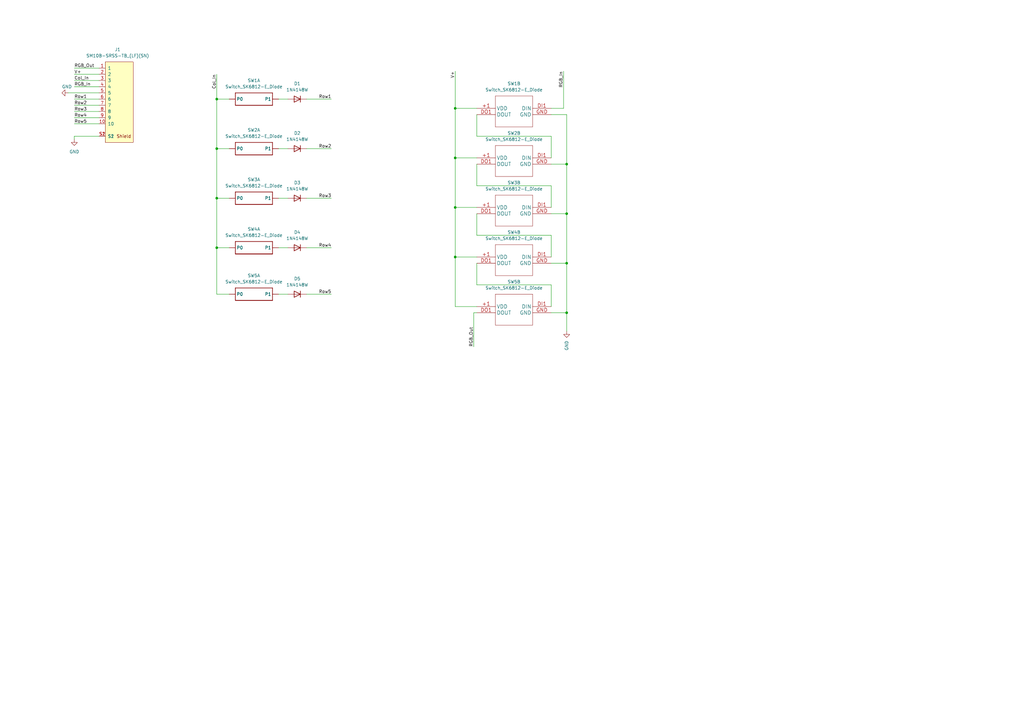
<source format=kicad_sch>
(kicad_sch (version 20230121) (generator eeschema)
  (paper "A3")
  (lib_symbols
    (symbol "Diode:1N4148W" (pin_numbers hide) (pin_names (offset 1.016) hide)
      (property "Reference" "D" (at 0 2.54 0))
      (property "Value" "1N4148W" (at 0 -2.54 0))
      (symbol "1N4148W_0_1"
        (polyline (pts (xy -1.27 1.27) (xy -1.27 -1.27)) (stroke (width 0.254)))
        (polyline (pts (xy 1.27 0) (xy -1.27 0)))
        (polyline (pts (xy 1.27 1.27) (xy 1.27 -1.27) (xy -1.27 0) (xy 1.27 1.27)) (stroke (width 0.254)))
      )
      (symbol "1N4148W_1_1"
        (pin passive line (at -3.81 0 0) (length 2.54) (name "K") (number "1"))
        (pin passive line (at 3.81 0 180) (length 2.54) (name "A") (number "2"))
      )
    )
    (symbol "GND_1" (power) (pin_names (offset 0))
      (property "Value" "GND_1" (at 0 -3.81 0))
      (symbol "GND_1_0_1"
        (polyline (pts (xy 0 0) (xy 0 -1.27) (xy 1.27 -1.27) (xy 0 -2.54) (xy -1.27 -1.27) (xy 0 -1.27)))
      )
      (symbol "GND_1_1_1"
        (pin power_in line (at 0 0 270) (length 0) hide (name "GND") (number "1"))
      )
    )
    (symbol "GND_3" (power) (pin_names (offset 0))
      (property "Value" "GND_3" (at 0 -3.81 0))
      (symbol "GND_3_0_1"
        (polyline (pts (xy 0 0) (xy 0 -1.27) (xy 1.27 -1.27) (xy 0 -2.54) (xy -1.27 -1.27) (xy 0 -1.27)))
      )
      (symbol "GND_3_1_1"
        (pin power_in line (at 0 0 270) (length 0) hide (name "GND") (number "1"))
      )
    )
    (symbol "Seismos-sym:SM10B-SRSS-TB_(LF)(SN)" (pin_names (offset 1.016))
      (property "Reference" "CN" (at -9.4742 3.81 90))
      (property "Value" "SM10B-SRSS-TB_(LF)(SN)" (at 1.27 20.32 0))
      (symbol "SM10B-SRSS-TB_(LF)(SN)_1_1"
        (rectangle (start -3.81 17.78) (end 7.62 -15.24) (stroke (width 0.1524)) (fill (type background)))
        (text "Shield" (at 3.81 -12.7 0) (effects (font (size 1.27 1.27))))
        (pin input line (at -6.35 15.24 0) (length 2.54) (name "1") (number "1"))
        (pin input line (at -6.35 -7.62 0) (length 2.54) (name "10") (number "10"))
        (pin input line (at -6.35 12.7 0) (length 2.54) (name "2") (number "2"))
        (pin input line (at -6.35 10.16 0) (length 2.54) (name "3") (number "3"))
        (pin input line (at -6.35 7.62 0) (length 2.54) (name "4") (number "4"))
        (pin input line (at -6.35 5.08 0) (length 2.54) (name "5") (number "5"))
        (pin input line (at -6.35 2.54 0) (length 2.54) (name "6") (number "6"))
        (pin input line (at -6.35 0 0) (length 2.54) (name "7") (number "7"))
        (pin input line (at -6.35 -2.54 0) (length 2.54) (name "8") (number "8"))
        (pin input line (at -6.35 -5.08 0) (length 2.54) (name "9") (number "9"))
        (pin input line (at -6.35 -12.7 0) (length 2.54) (name "S1") (number "S1"))
        (pin input line (at -6.35 -12.7 0) (length 2.54) (name "S2") (number "S2"))
      )
    )
    (symbol "Seismos-sym:Switch_SK6812-E_Diode"
      (property "Reference" "SW" (at 0 0 0))
      (property "Value" "Switch_SK6812-E_Diode" (at 0 11.43 0))
      (symbol "Switch_SK6812-E_Diode_1_0"
        (polyline (pts (xy -7.62 -2.54) (xy -7.62 2.54)) (stroke (width 0.254)))
        (polyline (pts (xy -7.62 -2.54) (xy 7.62 -2.54)) (stroke (width 0.254)))
        (polyline (pts (xy 7.62 -2.54) (xy -7.46 -2.54)) (stroke (width 0.254)))
        (polyline (pts (xy 7.62 -2.54) (xy 7.62 2.54)) (stroke (width 0.254)))
        (polyline (pts (xy 7.62 2.54) (xy -7.62 2.54)) (stroke (width 0.254)))
        (pin bidirectional line (at 10.16 0 180) (length 2.54) (name "P1") (number "CHOC1"))
        (pin bidirectional line (at -10.16 0 0) (length 2.54) (name "P0") (number "CHOC2"))
        (pin bidirectional line (at 10.16 0 180) (length 2.54) (name "P1") (number "MX1"))
        (pin bidirectional line (at -10.16 0 0) (length 2.54) (name "P0") (number "MX2"))
      )
      (symbol "Switch_SK6812-E_Diode_2_1"
        (polyline (pts (xy -7.62 -6.35) (xy 7.62 -6.35)) (stroke (width 0.127)))
        (polyline (pts (xy -7.62 6.35) (xy -7.62 -6.35)) (stroke (width 0.127)))
        (polyline (pts (xy 7.62 -6.35) (xy 7.62 6.35)) (stroke (width 0.127)))
        (polyline (pts (xy 7.62 6.35) (xy -7.62 6.35)) (stroke (width 0.127)))
        (pin power_in line (at -15.24 1.27 0) (length 7.62) (name "VDD") (number "+1"))
        (pin input line (at 15.24 1.27 180) (length 7.62) (name "DIN") (number "DI1"))
        (pin output line (at -15.24 -1.27 0) (length 7.62) (name "DOUT") (number "DO1"))
        (pin power_in line (at 15.24 -1.27 180) (length 7.62) (name "GND") (number "GND"))
      )
    )
    (symbol "power:GND" (power) (pin_names (offset 0))
      (property "Value" "GND" (at 0 -3.81 0))
      (symbol "GND_0_1"
        (polyline (pts (xy 0 0) (xy 0 -1.27) (xy 1.27 -1.27) (xy 0 -2.54) (xy -1.27 -1.27) (xy 0 -1.27)))
      )
      (symbol "GND_1_1"
        (pin power_in line (at 0 0 270) (length 0) hide (name "GND") (number "1"))
      )
    )
  )
  (junction (at 88.9 101.6))
  (junction (at 186.69 64.77))
  (junction (at 232.41 87.63))
  (junction (at 186.69 105.41))
  (junction (at 186.69 44.45))
  (junction (at 88.9 81.28))
  (junction (at 186.69 85.09))
  (junction (at 88.9 60.96))
  (junction (at 232.41 67.31))
  (junction (at 232.41 128.27))
  (junction (at 232.41 107.95))
  (junction (at 88.9 40.64))
  (wire (pts (xy 226.06 107.95) (xy 232.41 107.95)))
  (wire (pts (xy 186.69 125.73) (xy 195.58 125.73)))
  (wire (pts (xy 125.73 40.64) (xy 135.89 40.64)))
  (wire (pts (xy 30.48 55.88) (xy 40.64 55.88)))
  (wire (pts (xy 88.9 101.6) (xy 93.98 101.6)))
  (wire (pts (xy 232.41 87.63) (xy 232.41 107.95)))
  (wire (pts (xy 231.14 44.45) (xy 226.06 44.45)))
  (wire (pts (xy 231.14 29.21) (xy 231.14 44.45)))
  (wire (pts (xy 195.58 76.2) (xy 226.06 76.2)))
  (wire (pts (xy 195.58 67.31) (xy 195.58 76.2)))
  (wire (pts (xy 30.48 50.8) (xy 40.64 50.8)))
  (wire (pts (xy 114.3 60.96) (xy 118.11 60.96)))
  (wire (pts (xy 125.73 81.28) (xy 135.89 81.28)))
  (wire (pts (xy 125.73 120.65) (xy 135.89 120.65)))
  (wire (pts (xy 195.58 116.84) (xy 226.06 116.84)))
  (wire (pts (xy 194.31 128.27) (xy 194.31 142.24)))
  (wire (pts (xy 88.9 60.96) (xy 88.9 81.28)))
  (wire (pts (xy 114.3 81.28) (xy 118.11 81.28)))
  (wire (pts (xy 30.48 43.18) (xy 40.64 43.18)))
  (wire (pts (xy 232.41 128.27) (xy 232.41 135.89)))
  (wire (pts (xy 195.58 55.88) (xy 226.06 55.88)))
  (wire (pts (xy 30.48 40.64) (xy 40.64 40.64)))
  (wire (pts (xy 186.69 64.77) (xy 186.69 85.09)))
  (wire (pts (xy 88.9 101.6) (xy 88.9 120.65)))
  (wire (pts (xy 88.9 40.64) (xy 93.98 40.64)))
  (wire (pts (xy 30.48 48.26) (xy 40.64 48.26)))
  (wire (pts (xy 88.9 81.28) (xy 88.9 101.6)))
  (wire (pts (xy 88.9 120.65) (xy 93.98 120.65)))
  (wire (pts (xy 30.48 33.02) (xy 40.64 33.02)))
  (wire (pts (xy 88.9 60.96) (xy 93.98 60.96)))
  (wire (pts (xy 186.69 44.45) (xy 195.58 44.45)))
  (wire (pts (xy 195.58 128.27) (xy 194.31 128.27)))
  (wire (pts (xy 125.73 60.96) (xy 135.89 60.96)))
  (wire (pts (xy 186.69 105.41) (xy 186.69 125.73)))
  (wire (pts (xy 226.06 128.27) (xy 232.41 128.27)))
  (wire (pts (xy 125.73 101.6) (xy 135.89 101.6)))
  (wire (pts (xy 195.58 96.52) (xy 226.06 96.52)))
  (wire (pts (xy 114.3 120.65) (xy 118.11 120.65)))
  (wire (pts (xy 226.06 76.2) (xy 226.06 85.09)))
  (wire (pts (xy 88.9 40.64) (xy 88.9 60.96)))
  (wire (pts (xy 186.69 85.09) (xy 195.58 85.09)))
  (wire (pts (xy 232.41 107.95) (xy 232.41 128.27)))
  (wire (pts (xy 27.94 38.1) (xy 40.64 38.1)))
  (wire (pts (xy 226.06 55.88) (xy 226.06 64.77)))
  (wire (pts (xy 186.69 29.21) (xy 186.69 44.45)))
  (wire (pts (xy 30.48 27.94) (xy 40.64 27.94)))
  (wire (pts (xy 114.3 40.64) (xy 118.11 40.64)))
  (wire (pts (xy 195.58 107.95) (xy 195.58 116.84)))
  (wire (pts (xy 195.58 46.99) (xy 195.58 55.88)))
  (wire (pts (xy 232.41 46.99) (xy 232.41 67.31)))
  (wire (pts (xy 30.48 35.56) (xy 40.64 35.56)))
  (wire (pts (xy 226.06 96.52) (xy 226.06 105.41)))
  (wire (pts (xy 186.69 44.45) (xy 186.69 64.77)))
  (wire (pts (xy 88.9 81.28) (xy 93.98 81.28)))
  (wire (pts (xy 30.48 45.72) (xy 40.64 45.72)))
  (wire (pts (xy 226.06 67.31) (xy 232.41 67.31)))
  (wire (pts (xy 186.69 64.77) (xy 195.58 64.77)))
  (wire (pts (xy 30.48 55.88) (xy 30.48 57.15)))
  (wire (pts (xy 186.69 85.09) (xy 186.69 105.41)))
  (wire (pts (xy 114.3 101.6) (xy 118.11 101.6)))
  (wire (pts (xy 30.48 30.48) (xy 40.64 30.48)))
  (wire (pts (xy 88.9 30.48) (xy 88.9 40.64)))
  (wire (pts (xy 226.06 46.99) (xy 232.41 46.99)))
  (wire (pts (xy 195.58 87.63) (xy 195.58 96.52)))
  (wire (pts (xy 232.41 67.31) (xy 232.41 87.63)))
  (wire (pts (xy 226.06 116.84) (xy 226.06 125.73)))
  (wire (pts (xy 226.06 87.63) (xy 232.41 87.63)))
  (wire (pts (xy 186.69 105.41) (xy 195.58 105.41)))
  (label "Row1" (at 135.89 40.64 180))
  (label "V+" (at 186.69 29.21 270))
  (label "Row3" (at 135.89 81.28 180))
  (label "Row4" (at 30.48 48.26 0))
  (label "Row2" (at 30.48 43.18 0))
  (label "RGB_Out" (at 194.31 142.24 90))
  (label "RGB_In" (at 231.14 29.21 270))
  (label "Row2" (at 135.89 60.96 180))
  (label "RGB_Out" (at 30.48 27.94 0))
  (label "V+" (at 30.48 30.48 0))
  (label "Row4" (at 135.89 101.6 180))
  (label "Row5" (at 30.48 50.8 0))
  (label "Col_In" (at 30.48 33.02 0))
  (label "Col_In" (at 88.9 30.48 270))
  (label "Row1" (at 30.48 40.64 0))
  (label "Row3" (at 30.48 45.72 0))
  (label "Row5" (at 135.89 120.65 180))
  (label "RGB_In" (at 30.48 35.56 0))
  (symbol (lib_id "Diode:1N4148W") (at 121.92 60.96 180) (unit 1)
    (property "Reference" "D2" (at 121.92 54.61 0))
    (property "Value" "1N4148W" (at 121.92 57.15 0))
    (property "Footprint" "Diode_SMD:D_SOD-123" (effects hide))
    (property "Datasheet" "https://www.vishay.com/docs/85748/1n4148w.pdf" (effects hide))
  )
  (symbol (lib_id "Diode:1N4148W") (at 121.92 81.28 180) (unit 1)
    (property "Reference" "D3" (at 121.92 74.93 0))
    (property "Value" "1N4148W" (at 121.92 77.47 0))
    (property "Footprint" "Diode_SMD:D_SOD-123" (effects hide))
    (property "Datasheet" "https://www.vishay.com/docs/85748/1n4148w.pdf" (effects hide))
  )
  (symbol (lib_id "Seismos-sym:Switch_SK6812-E_Diode") (at 210.82 45.72 0) (unit 2)
    (property "Reference" "SW1" (at 210.82 34.29 0))
    (property "Value" "Switch_SK6812-E_Diode" (at 210.82 36.83 0))
    (property "Footprint" "Seismos-libs:Switch_SK6812-E_Diode" (effects hide))
  )
  (symbol (lib_id "Seismos-sym:Switch_SK6812-E_Diode") (at 104.14 60.96 0) (unit 1)
    (property "Reference" "SW2" (at 104.14 53.34 0))
    (property "Value" "Switch_SK6812-E_Diode" (at 104.14 55.88 0))
    (property "Footprint" "Seismos-libs:Switch_SK6812-E_Diode" (effects hide))
  )
  (symbol (lib_id "Seismos-sym:Switch_SK6812-E_Diode") (at 210.82 106.68 0) (unit 2)
    (property "Reference" "SW4" (at 210.82 95.25 0))
    (property "Value" "Switch_SK6812-E_Diode" (at 210.82 97.79 0))
    (property "Footprint" "Seismos-libs:Switch_SK6812-E_Diode" (effects hide))
  )
  (symbol (lib_id "Seismos-sym:SM10B-SRSS-TB_(LF)(SN)") (at 46.99 43.18 0) (unit 1)
    (property "Reference" "J1" (at 48.26 20.32 0))
    (property "Value" "SM10B-SRSS-TB_(LF)(SN)" (at 48.26 22.86 0))
    (property "Footprint" "Seismos-libs:CONN-SMD_10P-P1.00_SM10B-SRSS-TB-LF-SN" (effects hide))
    (property "Datasheet" "http://www.szlcsc.com/product/details_171789.html" (effects hide))
    (property "SuppliersPartNumber" "C160409" (effects hide))
    (property "uuid" "std:5e45a64e8ce7478d8accd2bac4409ba5" (effects hide))
  )
  (symbol (lib_id "Seismos-sym:Switch_SK6812-E_Diode") (at 210.82 127 0) (unit 2)
    (property "Reference" "SW5" (at 210.82 115.57 0))
    (property "Value" "Switch_SK6812-E_Diode" (at 210.82 118.11 0))
    (property "Footprint" "Seismos-libs:Switch_SK6812-E_Diode" (effects hide))
  )
  (symbol (lib_id "Diode:1N4148W") (at 121.92 40.64 180) (unit 1)
    (property "Reference" "D1" (at 121.92 34.29 0))
    (property "Value" "1N4148W" (at 121.92 36.83 0))
    (property "Footprint" "Diode_SMD:D_SOD-123" (effects hide))
    (property "Datasheet" "https://www.vishay.com/docs/85748/1n4148w.pdf" (effects hide))
  )
  (symbol (lib_name "GND_1") (lib_id "power:GND") (at 27.94 38.1 270) (unit 1)
    (property "Reference" "#PWR01" (effects hide))
    (property "Value" "GND" (at 25.4 35.56 90) (effects (justify left)))
  )
  (symbol (lib_id "Seismos-sym:Switch_SK6812-E_Diode") (at 210.82 66.04 0) (unit 2)
    (property "Reference" "SW2" (at 210.82 54.61 0))
    (property "Value" "Switch_SK6812-E_Diode" (at 210.82 57.15 0))
    (property "Footprint" "Seismos-libs:Switch_SK6812-E_Diode" (effects hide))
  )
  (symbol (lib_id "Seismos-sym:Switch_SK6812-E_Diode") (at 210.82 86.36 0) (unit 2)
    (property "Reference" "SW3" (at 210.82 74.93 0))
    (property "Value" "Switch_SK6812-E_Diode" (at 210.82 77.47 0))
    (property "Footprint" "Seismos-libs:Switch_SK6812-E_Diode" (effects hide))
  )
  (symbol (lib_id "Diode:1N4148W") (at 121.92 101.6 180) (unit 1)
    (property "Reference" "D4" (at 121.92 95.25 0))
    (property "Value" "1N4148W" (at 121.92 97.79 0))
    (property "Footprint" "Diode_SMD:D_SOD-123" (effects hide))
    (property "Datasheet" "https://www.vishay.com/docs/85748/1n4148w.pdf" (effects hide))
  )
  (symbol (lib_id "Seismos-sym:Switch_SK6812-E_Diode") (at 104.14 40.64 0) (unit 1)
    (property "Reference" "SW1" (at 104.14 33.02 0))
    (property "Value" "Switch_SK6812-E_Diode" (at 104.14 35.56 0))
    (property "Footprint" "Seismos-libs:Switch_SK6812-E_Diode" (effects hide))
  )
  (symbol (lib_id "Diode:1N4148W") (at 121.92 120.65 180) (unit 1)
    (property "Reference" "D5" (at 121.92 114.3 0))
    (property "Value" "1N4148W" (at 121.92 116.84 0))
    (property "Footprint" "Diode_SMD:D_SOD-123" (effects hide))
    (property "Datasheet" "https://www.vishay.com/docs/85748/1n4148w.pdf" (effects hide))
  )
  (symbol (lib_name "GND_3") (lib_id "power:GND") (at 30.48 57.15 0) (unit 1)
    (property "Reference" "#PWR0101" (effects hide))
    (property "Value" "GND" (at 30.48 62.23 0))
  )
  (symbol (lib_id "Seismos-sym:Switch_SK6812-E_Diode") (at 104.14 81.28 0) (unit 1)
    (property "Reference" "SW3" (at 104.14 73.66 0))
    (property "Value" "Switch_SK6812-E_Diode" (at 104.14 76.2 0))
    (property "Footprint" "Seismos-libs:Switch_SK6812-E_Diode" (effects hide))
  )
  (symbol (lib_id "Seismos-sym:Switch_SK6812-E_Diode") (at 104.14 101.6 0) (unit 1)
    (property "Reference" "SW4" (at 104.14 93.98 0))
    (property "Value" "Switch_SK6812-E_Diode" (at 104.14 96.52 0))
    (property "Footprint" "Seismos-libs:Switch_SK6812-E_Diode" (effects hide))
  )
  (symbol (lib_id "Seismos-sym:Switch_SK6812-E_Diode") (at 104.14 120.65 0) (unit 1)
    (property "Reference" "SW5" (at 104.14 113.03 0))
    (property "Value" "Switch_SK6812-E_Diode" (at 104.14 115.57 0))
    (property "Footprint" "Seismos-libs:Switch_SK6812-E_Diode" (effects hide))
  )
  (symbol (lib_id "power:GND") (at 232.41 135.89 0) (unit 1)
    (property "Reference" "#PWR0104" (effects hide))
    (property "Value" "GND" (at 232.4101 139.7 90) (effects (justify right)))
  )
)
</source>
